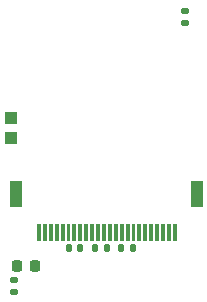
<source format=gbr>
%TF.GenerationSoftware,KiCad,Pcbnew,9.0.0*%
%TF.CreationDate,2025-04-27T20:43:47-05:00*%
%TF.ProjectId,ESP32_S3_CAM_wifi,45535033-325f-4533-935f-43414d5f7769,rev?*%
%TF.SameCoordinates,Original*%
%TF.FileFunction,Paste,Bot*%
%TF.FilePolarity,Positive*%
%FSLAX46Y46*%
G04 Gerber Fmt 4.6, Leading zero omitted, Abs format (unit mm)*
G04 Created by KiCad (PCBNEW 9.0.0) date 2025-04-27 20:43:47*
%MOMM*%
%LPD*%
G01*
G04 APERTURE LIST*
G04 Aperture macros list*
%AMRoundRect*
0 Rectangle with rounded corners*
0 $1 Rounding radius*
0 $2 $3 $4 $5 $6 $7 $8 $9 X,Y pos of 4 corners*
0 Add a 4 corners polygon primitive as box body*
4,1,4,$2,$3,$4,$5,$6,$7,$8,$9,$2,$3,0*
0 Add four circle primitives for the rounded corners*
1,1,$1+$1,$2,$3*
1,1,$1+$1,$4,$5*
1,1,$1+$1,$6,$7*
1,1,$1+$1,$8,$9*
0 Add four rect primitives between the rounded corners*
20,1,$1+$1,$2,$3,$4,$5,0*
20,1,$1+$1,$4,$5,$6,$7,0*
20,1,$1+$1,$6,$7,$8,$9,0*
20,1,$1+$1,$8,$9,$2,$3,0*%
G04 Aperture macros list end*
%ADD10C,0.010000*%
%ADD11RoundRect,0.225000X0.225000X0.250000X-0.225000X0.250000X-0.225000X-0.250000X0.225000X-0.250000X0*%
%ADD12RoundRect,0.140000X0.170000X-0.140000X0.170000X0.140000X-0.170000X0.140000X-0.170000X-0.140000X0*%
%ADD13R,1.000000X1.000000*%
%ADD14RoundRect,0.140000X0.140000X0.170000X-0.140000X0.170000X-0.140000X-0.170000X0.140000X-0.170000X0*%
%ADD15RoundRect,0.140000X-0.140000X-0.170000X0.140000X-0.170000X0.140000X0.170000X-0.140000X0.170000X0*%
%ADD16R,1.000000X2.200000*%
%ADD17RoundRect,0.140000X-0.170000X0.140000X-0.170000X-0.140000X0.170000X-0.140000X0.170000X0.140000X0*%
G04 APERTURE END LIST*
D10*
%TO.C,J1*%
X154875000Y-93460000D02*
X154625000Y-93460000D01*
X154625000Y-92160000D01*
X154875000Y-92160000D01*
X154875000Y-93460000D01*
G36*
X154875000Y-93460000D02*
G01*
X154625000Y-93460000D01*
X154625000Y-92160000D01*
X154875000Y-92160000D01*
X154875000Y-93460000D01*
G37*
X155375000Y-93460000D02*
X155125000Y-93460000D01*
X155125000Y-92160000D01*
X155375000Y-92160000D01*
X155375000Y-93460000D01*
G36*
X155375000Y-93460000D02*
G01*
X155125000Y-93460000D01*
X155125000Y-92160000D01*
X155375000Y-92160000D01*
X155375000Y-93460000D01*
G37*
X155875000Y-93460000D02*
X155625000Y-93460000D01*
X155625000Y-92160000D01*
X155875000Y-92160000D01*
X155875000Y-93460000D01*
G36*
X155875000Y-93460000D02*
G01*
X155625000Y-93460000D01*
X155625000Y-92160000D01*
X155875000Y-92160000D01*
X155875000Y-93460000D01*
G37*
X156375000Y-93460000D02*
X156125000Y-93460000D01*
X156125000Y-92160000D01*
X156375000Y-92160000D01*
X156375000Y-93460000D01*
G36*
X156375000Y-93460000D02*
G01*
X156125000Y-93460000D01*
X156125000Y-92160000D01*
X156375000Y-92160000D01*
X156375000Y-93460000D01*
G37*
X156875000Y-93460000D02*
X156625000Y-93460000D01*
X156625000Y-92160000D01*
X156875000Y-92160000D01*
X156875000Y-93460000D01*
G36*
X156875000Y-93460000D02*
G01*
X156625000Y-93460000D01*
X156625000Y-92160000D01*
X156875000Y-92160000D01*
X156875000Y-93460000D01*
G37*
X157375000Y-93460000D02*
X157125000Y-93460000D01*
X157125000Y-92160000D01*
X157375000Y-92160000D01*
X157375000Y-93460000D01*
G36*
X157375000Y-93460000D02*
G01*
X157125000Y-93460000D01*
X157125000Y-92160000D01*
X157375000Y-92160000D01*
X157375000Y-93460000D01*
G37*
X157875000Y-93460000D02*
X157625000Y-93460000D01*
X157625000Y-92160000D01*
X157875000Y-92160000D01*
X157875000Y-93460000D01*
G36*
X157875000Y-93460000D02*
G01*
X157625000Y-93460000D01*
X157625000Y-92160000D01*
X157875000Y-92160000D01*
X157875000Y-93460000D01*
G37*
X158375000Y-93460000D02*
X158125000Y-93460000D01*
X158125000Y-92160000D01*
X158375000Y-92160000D01*
X158375000Y-93460000D01*
G36*
X158375000Y-93460000D02*
G01*
X158125000Y-93460000D01*
X158125000Y-92160000D01*
X158375000Y-92160000D01*
X158375000Y-93460000D01*
G37*
X158875000Y-93460000D02*
X158625000Y-93460000D01*
X158625000Y-92160000D01*
X158875000Y-92160000D01*
X158875000Y-93460000D01*
G36*
X158875000Y-93460000D02*
G01*
X158625000Y-93460000D01*
X158625000Y-92160000D01*
X158875000Y-92160000D01*
X158875000Y-93460000D01*
G37*
X159375000Y-93460000D02*
X159125000Y-93460000D01*
X159125000Y-92160000D01*
X159375000Y-92160000D01*
X159375000Y-93460000D01*
G36*
X159375000Y-93460000D02*
G01*
X159125000Y-93460000D01*
X159125000Y-92160000D01*
X159375000Y-92160000D01*
X159375000Y-93460000D01*
G37*
X159875000Y-93460000D02*
X159625000Y-93460000D01*
X159625000Y-92160000D01*
X159875000Y-92160000D01*
X159875000Y-93460000D01*
G36*
X159875000Y-93460000D02*
G01*
X159625000Y-93460000D01*
X159625000Y-92160000D01*
X159875000Y-92160000D01*
X159875000Y-93460000D01*
G37*
X160375000Y-93460000D02*
X160125000Y-93460000D01*
X160125000Y-92160000D01*
X160375000Y-92160000D01*
X160375000Y-93460000D01*
G36*
X160375000Y-93460000D02*
G01*
X160125000Y-93460000D01*
X160125000Y-92160000D01*
X160375000Y-92160000D01*
X160375000Y-93460000D01*
G37*
X160875000Y-93460000D02*
X160625000Y-93460000D01*
X160625000Y-92160000D01*
X160875000Y-92160000D01*
X160875000Y-93460000D01*
G36*
X160875000Y-93460000D02*
G01*
X160625000Y-93460000D01*
X160625000Y-92160000D01*
X160875000Y-92160000D01*
X160875000Y-93460000D01*
G37*
X161375000Y-93460000D02*
X161125000Y-93460000D01*
X161125000Y-92160000D01*
X161375000Y-92160000D01*
X161375000Y-93460000D01*
G36*
X161375000Y-93460000D02*
G01*
X161125000Y-93460000D01*
X161125000Y-92160000D01*
X161375000Y-92160000D01*
X161375000Y-93460000D01*
G37*
X161875000Y-93460000D02*
X161625000Y-93460000D01*
X161625000Y-92160000D01*
X161875000Y-92160000D01*
X161875000Y-93460000D01*
G36*
X161875000Y-93460000D02*
G01*
X161625000Y-93460000D01*
X161625000Y-92160000D01*
X161875000Y-92160000D01*
X161875000Y-93460000D01*
G37*
X162375000Y-93460000D02*
X162125000Y-93460000D01*
X162125000Y-92160000D01*
X162375000Y-92160000D01*
X162375000Y-93460000D01*
G36*
X162375000Y-93460000D02*
G01*
X162125000Y-93460000D01*
X162125000Y-92160000D01*
X162375000Y-92160000D01*
X162375000Y-93460000D01*
G37*
X162875000Y-93460000D02*
X162625000Y-93460000D01*
X162625000Y-92160000D01*
X162875000Y-92160000D01*
X162875000Y-93460000D01*
G36*
X162875000Y-93460000D02*
G01*
X162625000Y-93460000D01*
X162625000Y-92160000D01*
X162875000Y-92160000D01*
X162875000Y-93460000D01*
G37*
X163375000Y-93460000D02*
X163125000Y-93460000D01*
X163125000Y-92160000D01*
X163375000Y-92160000D01*
X163375000Y-93460000D01*
G36*
X163375000Y-93460000D02*
G01*
X163125000Y-93460000D01*
X163125000Y-92160000D01*
X163375000Y-92160000D01*
X163375000Y-93460000D01*
G37*
X163875000Y-93460000D02*
X163625000Y-93460000D01*
X163625000Y-92160000D01*
X163875000Y-92160000D01*
X163875000Y-93460000D01*
G36*
X163875000Y-93460000D02*
G01*
X163625000Y-93460000D01*
X163625000Y-92160000D01*
X163875000Y-92160000D01*
X163875000Y-93460000D01*
G37*
X164375000Y-93460000D02*
X164125000Y-93460000D01*
X164125000Y-92160000D01*
X164375000Y-92160000D01*
X164375000Y-93460000D01*
G36*
X164375000Y-93460000D02*
G01*
X164125000Y-93460000D01*
X164125000Y-92160000D01*
X164375000Y-92160000D01*
X164375000Y-93460000D01*
G37*
X164875000Y-93460000D02*
X164625000Y-93460000D01*
X164625000Y-92160000D01*
X164875000Y-92160000D01*
X164875000Y-93460000D01*
G36*
X164875000Y-93460000D02*
G01*
X164625000Y-93460000D01*
X164625000Y-92160000D01*
X164875000Y-92160000D01*
X164875000Y-93460000D01*
G37*
X165375000Y-93460000D02*
X165125000Y-93460000D01*
X165125000Y-92160000D01*
X165375000Y-92160000D01*
X165375000Y-93460000D01*
G36*
X165375000Y-93460000D02*
G01*
X165125000Y-93460000D01*
X165125000Y-92160000D01*
X165375000Y-92160000D01*
X165375000Y-93460000D01*
G37*
X165875000Y-93460000D02*
X165625000Y-93460000D01*
X165625000Y-92160000D01*
X165875000Y-92160000D01*
X165875000Y-93460000D01*
G36*
X165875000Y-93460000D02*
G01*
X165625000Y-93460000D01*
X165625000Y-92160000D01*
X165875000Y-92160000D01*
X165875000Y-93460000D01*
G37*
X166375000Y-93460000D02*
X166125000Y-93460000D01*
X166125000Y-92160000D01*
X166375000Y-92160000D01*
X166375000Y-93460000D01*
G36*
X166375000Y-93460000D02*
G01*
X166125000Y-93460000D01*
X166125000Y-92160000D01*
X166375000Y-92160000D01*
X166375000Y-93460000D01*
G37*
%TD*%
D11*
%TO.C,C18*%
X154490000Y-95660000D03*
X152930000Y-95660000D03*
%TD*%
D12*
%TO.C,R8*%
X152660000Y-97850000D03*
X152660000Y-96850000D03*
%TD*%
D13*
%TO.C,J11*%
X152410000Y-83125000D03*
%TD*%
D14*
%TO.C,C20*%
X160540000Y-94180000D03*
X159540000Y-94180000D03*
%TD*%
D15*
%TO.C,C21*%
X161750000Y-94180000D03*
X162750000Y-94180000D03*
%TD*%
D16*
%TO.C,J1*%
X168150000Y-89560000D03*
X152850000Y-89560000D03*
%TD*%
D13*
%TO.C,J10*%
X152410000Y-84875000D03*
%TD*%
D14*
%TO.C,R6*%
X158300000Y-94180000D03*
X157300000Y-94180000D03*
%TD*%
D17*
%TO.C,C15*%
X167150000Y-74080000D03*
X167150000Y-75080000D03*
%TD*%
M02*

</source>
